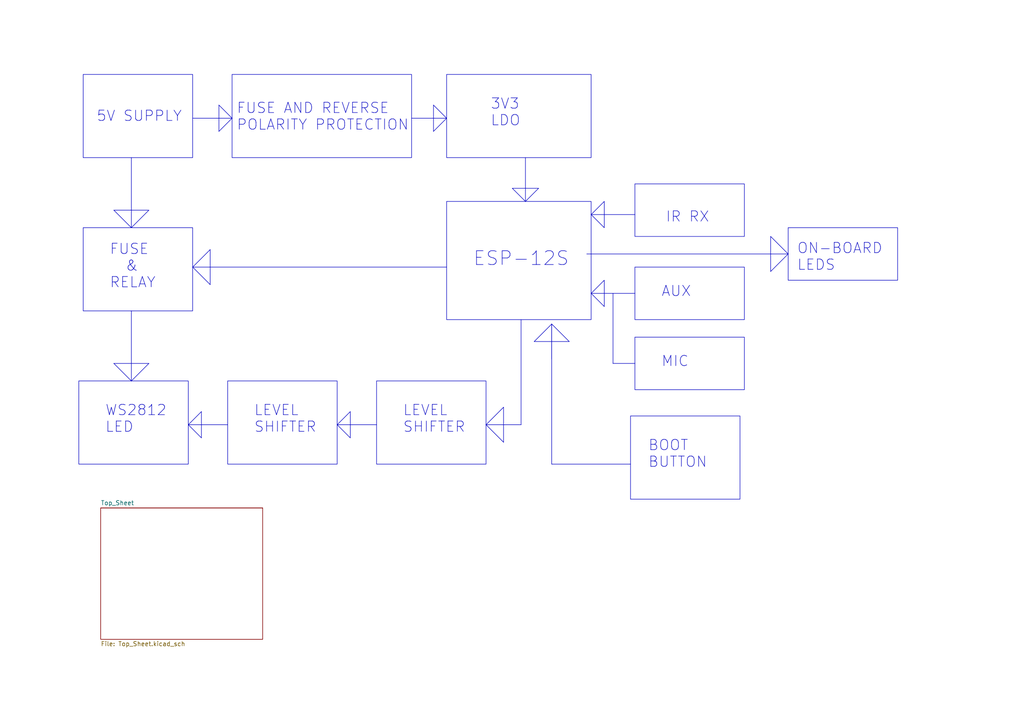
<source format=kicad_sch>
(kicad_sch (version 20230121) (generator eeschema)
  (paper "A4")
  (lib_symbols)
  (polyline (pts (xy 223.52 68.58) (xy 223.52 78.74)))
  (polyline (pts (xy 66.04 123.19) (xy 54.61 123.19)))
  (polyline (pts (xy 170.18 73.66) (xy 228.6 73.66)))
  (polyline (pts (xy 101.6 119.38) (xy 97.79 123.19)))
  (polyline (pts (xy 67.31 34.29) (xy 63.5 30.48)))
  (polyline (pts (xy 33.02 105.41) (xy 43.18 105.41)))
  (polyline (pts (xy 55.88 77.47) (xy 129.54 77.47)))
  (polyline (pts (xy 151.13 92.71) (xy 151.13 123.19)))
  (polyline (pts (xy 152.4 58.42) (xy 148.59 54.61)))
  (polyline (pts (xy 58.42 119.38) (xy 54.61 123.19)))
  (polyline (pts (xy 223.52 78.74) (xy 228.6 73.66)))
  (polyline (pts (xy 160.02 93.98) (xy 154.94 99.06)))
  (polyline (pts (xy 165.1 99.06) (xy 154.94 99.06)))
  (polyline (pts (xy 38.1 110.49) (xy 33.02 105.41)))
  (polyline (pts (xy 160.02 93.98) (xy 160.02 104.14)))
  (polyline (pts (xy 55.88 34.29) (xy 67.31 34.29)))
  (polyline (pts (xy 184.15 85.09) (xy 171.45 85.09)))
  (polyline (pts (xy 60.96 72.39) (xy 60.96 82.55)))
  (polyline (pts (xy 171.45 62.23) (xy 175.26 58.42)))
  (polyline (pts (xy 148.59 54.61) (xy 156.21 54.61)))
  (polyline (pts (xy 140.97 123.19) (xy 151.13 123.19)))
  (polyline (pts (xy 175.26 58.42) (xy 175.26 66.04)))
  (polyline (pts (xy 171.45 85.09) (xy 175.26 88.9)))
  (polyline (pts (xy 55.88 77.47) (xy 60.96 82.55)))
  (polyline (pts (xy 109.22 123.19) (xy 97.79 123.19)))
  (polyline (pts (xy 184.15 62.23) (xy 171.45 62.23)))
  (polyline (pts (xy 38.1 45.72) (xy 38.1 66.04)))
  (polyline (pts (xy 177.8 85.09) (xy 177.8 105.41)))
  (polyline (pts (xy 129.54 34.29) (xy 125.73 30.48)))
  (polyline (pts (xy 228.6 73.66) (xy 223.52 68.58)))
  (polyline (pts (xy 140.97 123.19) (xy 146.05 118.11)))
  (polyline (pts (xy 152.4 45.72) (xy 152.4 58.42)))
  (polyline (pts (xy 33.02 60.96) (xy 43.18 60.96)))
  (polyline (pts (xy 125.73 38.1) (xy 129.54 34.29)))
  (polyline (pts (xy 175.26 81.28) (xy 175.26 88.9)))
  (polyline (pts (xy 119.38 34.29) (xy 129.54 34.29)))
  (polyline (pts (xy 146.05 118.11) (xy 146.05 128.27)))
  (polyline (pts (xy 54.61 123.19) (xy 58.42 127)))
  (polyline (pts (xy 63.5 30.48) (xy 63.5 38.1)))
  (polyline (pts (xy 38.1 66.04) (xy 43.18 60.96)))
  (polyline (pts (xy 58.42 127) (xy 58.42 119.38)))
  (polyline (pts (xy 38.1 110.49) (xy 43.18 105.41)))
  (polyline (pts (xy 38.1 90.17) (xy 38.1 110.49)))
  (polyline (pts (xy 125.73 30.48) (xy 125.73 38.1)))
  (polyline (pts (xy 171.45 85.09) (xy 175.26 81.28)))
  (polyline (pts (xy 171.45 62.23) (xy 175.26 66.04)))
  (polyline (pts (xy 63.5 38.1) (xy 67.31 34.29)))
  (polyline (pts (xy 38.1 66.04) (xy 33.02 60.96)))
  (polyline (pts (xy 97.79 123.19) (xy 101.6 127)))
  (polyline (pts (xy 101.6 127) (xy 101.6 119.38)))
  (polyline (pts (xy 140.97 123.19) (xy 146.05 128.27)))
  (polyline (pts (xy 177.8 105.41) (xy 184.15 105.41)))
  (polyline (pts (xy 160.02 134.62) (xy 182.88 134.62)))
  (polyline (pts (xy 55.88 77.47) (xy 60.96 72.39)))
  (polyline (pts (xy 160.02 93.98) (xy 160.02 134.62)))
  (polyline (pts (xy 152.4 58.42) (xy 156.21 54.61)))
  (polyline (pts (xy 160.02 93.98) (xy 165.1 99.06)))
  (rectangle (start 22.86 110.49) (end 54.61 134.62))
  (rectangle (start 184.15 97.79) (end 215.9 113.03))
  (rectangle (start 67.31 21.59) (end 119.38 45.72))
  (rectangle (start 24.13 21.59) (end 55.88 45.72))
  (rectangle (start 228.6 66.04) (end 260.35 81.28))
  (rectangle (start 129.54 58.42) (end 171.45 92.71))
  (rectangle (start 66.04 110.49) (end 97.79 134.62))
  (rectangle (start 182.88 120.65) (end 214.63 144.78))
  (rectangle (start 184.15 77.47) (end 215.9 92.71))
  (rectangle (start 129.54 21.59) (end 171.45 45.72))
  (rectangle (start 184.15 53.34) (end 215.9 68.58))
  (rectangle (start 24.13 66.04) (end 55.88 90.17))
  (rectangle (start 109.22 110.49) (end 140.97 134.62))
  (text "FUSE AND REVERSE \nPOLARITY PROTECTION" (at 68.58 38.1 0) (effects (font (size 3 3)) (justify left bottom)))
  (text "BOOT\nBUTTON" (at 187.96 135.89 0) (effects (font (size 3 3)) (justify left bottom)))
  (text "WS2812\nLED\n" (at 30.48 125.73 0) (effects (font (size 3 3)) (justify left bottom)))
  (text "LEVEL \nSHIFTER\n" (at 73.66 125.73 0) (effects (font (size 3 3)) (justify left bottom)))
  (text "ESP-12S\n" (at 137.16 77.47 0) (effects (font (size 4 4)) (justify left bottom)))
  (text "3V3 \nLDO\n" (at 142.24 36.83 0) (effects (font (size 3 3)) (justify left bottom)))
  (text "IR RX" (at 193.04 64.77 0) (effects (font (size 3 3)) (justify left bottom)))
  (text "FUSE \n  & \nRELAY" (at 31.75 83.82 0) (effects (font (size 3 3)) (justify left bottom)))
  (text "AUX" (at 191.77 86.36 0) (effects (font (size 3 3)) (justify left bottom)))
  (text "LEVEL \nSHIFTER\n" (at 116.84 125.73 0) (effects (font (size 3 3)) (justify left bottom)))
  (text "MIC\n" (at 191.77 106.68 0) (effects (font (size 3 3)) (justify left bottom)))
  (text "5V SUPPLY" (at 27.94 35.56 0) (effects (font (size 3 3)) (justify left bottom)))
  (text "ON-BOARD\nLEDS\n" (at 231.14 78.74 0) (effects (font (size 3 3)) (justify left bottom)))
  (sheet (at 29.21 147.32) (size 46.99 38.1) (stroke (width 0.1524))
    (property "Sheetname" "Top_Sheet" (at 29.21 146.6084 0) (effects (justify left bottom)))
    (property "Sheetfile" "Top_Sheet.kicad_sch" (at 29.21 186.0046 0) (effects (justify left top)))
  )
)
</source>
